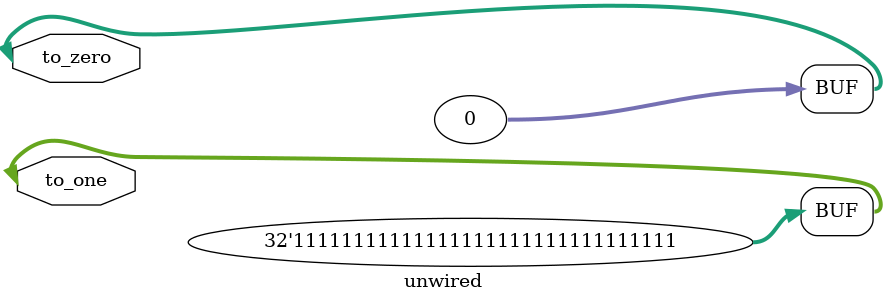
<source format=v>

`default_nettype none
/*
 *-------------------------------------------------------------
 *
 * user_proj_example
 *
 * This is an example of a (trivially simple) user project,
 * showing how the user project can connect to the logic
 * analyzer, the wishbone bus, and the I/O pads.
 *
 * This project generates an integer count, which is output
 * on the user area GPIO pads (digital output only).  The
 * wishbone connection allows the project to be controlled
 * (start and stop) from the management SoC program.
 *
 * See the testbenches in directory "mprj_counter" for the
 * example programs that drive this user project.  The three
 * testbenches are "io_ports", "la_test1", and "la_test2".
 *
 *-------------------------------------------------------------
 */

module unwired #(
    parameter ZERO_BITS = 32,
    parameter ONE_BITS = 32
)(
`ifdef USE_POWER_PINS
    inout vdda1,	// User area 1 3.3V supply
    inout vdda2,	// User area 2 3.3V supply
    inout vssa1,	// User area 1 analog ground
    inout vssa2,	// User area 2 analog ground
    inout vccd1,	// User area 1 1.8V supply
    inout vccd2,	// User area 2 1.8v supply
    inout vssd1,	// User area 1 digital ground
    inout vssd2,	// User area 2 digital ground
`endif

    // Wishbone Slave ports (WB MI A)
    input [ZERO_BITS-1:0] to_zero,
    input [ONE_BITS-1:0] to_one
);

    assign to_zero = {ZERO_BITS{1'b0}};
    assign to_one = {ONE_BITS{1'b1}};

endmodule

</source>
